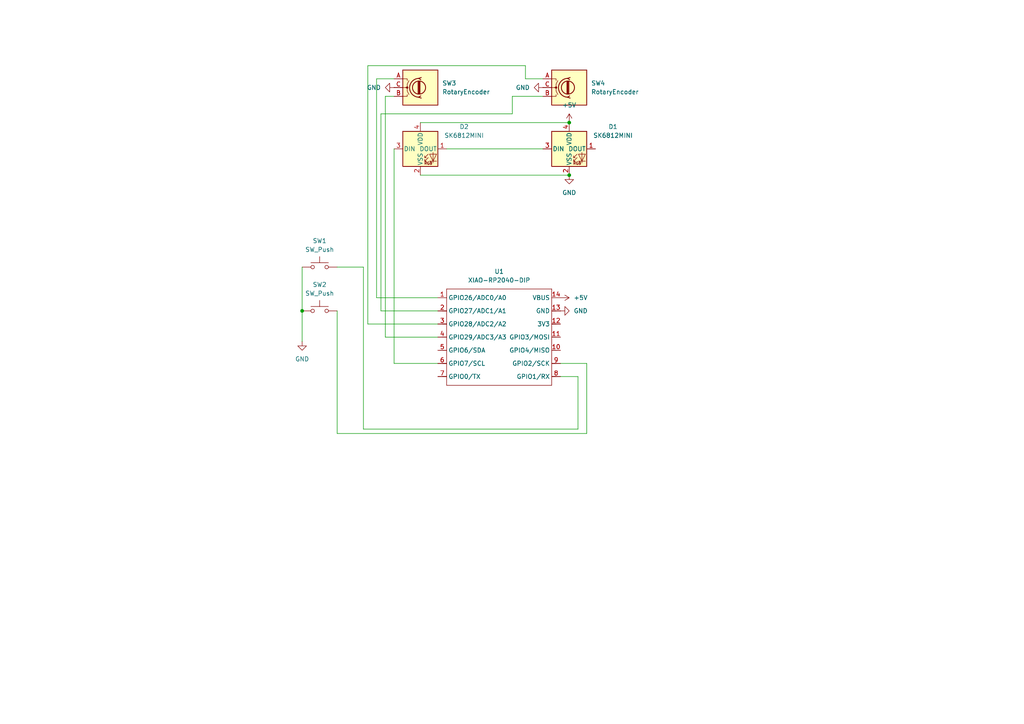
<source format=kicad_sch>
(kicad_sch (version 20250114) (generator "eeschema") (generator_version "9.0")
  (paper "A4")
  (lib_symbols
    (symbol "Device:RotaryEncoder" (pin_names (offset 0.254) (hide yes))
      (property "Reference" "SW" (at 0 6.604 0))
      (property "Value" "RotaryEncoder" (at 0 -6.604 0))
      (symbol "RotaryEncoder_0_1"
        (rectangle (start -5.08 5.08) (end 5.08 -5.08) (stroke (width 0.254)) (fill (type background)))
        (polyline (pts (xy -5.08 2.54) (xy -3.81 2.54) (xy -3.81 2.032)))
        (polyline (pts (xy -5.08 0) (xy -3.81 0) (xy -3.81 -1.016) (xy -3.302 -2.032)))
        (polyline (pts (xy -5.08 -2.54) (xy -3.81 -2.54) (xy -3.81 -2.032)))
        (polyline (pts (xy -4.318 0) (xy -3.81 0) (xy -3.81 1.016) (xy -3.302 2.032)))
        (circle (center -3.81 0) (radius 0.254) (fill (type outline)))
        (polyline (pts (xy -0.635 -1.778) (xy -0.635 1.778)) (stroke (width 0.254)))
        (circle (center -0.381 0) (radius 1.905) (stroke (width 0.254)))
        (polyline (pts (xy -0.381 -1.778) (xy -0.381 1.778)) (stroke (width 0.254)))
        (arc (start -0.381 -2.794) (mid -3.0988 -0.0635) (end -0.381 2.667) (stroke (width 0.254)))
        (polyline (pts (xy -0.127 1.778) (xy -0.127 -1.778)) (stroke (width 0.254)))
        (polyline (pts (xy 0.254 2.921) (xy -0.508 2.667) (xy 0.127 2.286)) (stroke (width 0.254)))
        (polyline (pts (xy 0.254 -3.048) (xy -0.508 -2.794) (xy 0.127 -2.413)) (stroke (width 0.254)))
      )
      (symbol "RotaryEncoder_1_1"
        (pin passive line (at -7.62 2.54 0) (length 2.54) (name "A") (number "A"))
        (pin passive line (at -7.62 0 0) (length 2.54) (name "C") (number "C"))
        (pin passive line (at -7.62 -2.54 0) (length 2.54) (name "B") (number "B"))
      )
    )
    (symbol "LED:SK6812MINI" (pin_names (offset 0.254))
      (property "Reference" "D" (at 5.08 5.715 0))
      (property "Value" "SK6812MINI" (at 1.27 -5.715 0))
      (symbol "SK6812MINI_0_0"
        (text "RGB" (at 2.286 -4.191 0) (effects (font (size 0.762 0.762))))
      )
      (symbol "SK6812MINI_0_1"
        (polyline (pts (xy 1.27 -2.54) (xy 1.778 -2.54)))
        (polyline (pts (xy 1.27 -3.556) (xy 1.778 -3.556)))
        (polyline (pts (xy 2.286 -1.524) (xy 1.27 -2.54) (xy 1.27 -2.032)))
        (polyline (pts (xy 2.286 -2.54) (xy 1.27 -3.556) (xy 1.27 -3.048)))
        (polyline (pts (xy 3.683 -1.016) (xy 3.683 -3.556) (xy 3.683 -4.064)))
        (polyline (pts (xy 4.699 -1.524) (xy 2.667 -1.524) (xy 3.683 -3.556) (xy 4.699 -1.524)))
        (polyline (pts (xy 4.699 -3.556) (xy 2.667 -3.556)))
        (rectangle (start 5.08 5.08) (end -5.08 -5.08) (stroke (width 0.254)) (fill (type background)))
      )
      (symbol "SK6812MINI_1_1"
        (pin input line (at -7.62 0 0) (length 2.54) (name "DIN") (number "3"))
        (pin power_in line (at 0 7.62 270) (length 2.54) (name "VDD") (number "4"))
        (pin power_in line (at 0 -7.62 90) (length 2.54) (name "VSS") (number "2"))
        (pin output line (at 7.62 0 180) (length 2.54) (name "DOUT") (number "1"))
      )
    )
    (symbol "OPL  Library:XIAO-RP2040-DIP"
      (property "Reference" "U" (at 0 0 0))
      (property "Value" "XIAO-RP2040-DIP" (at 5.334 -1.778 0))
      (symbol "XIAO-RP2040-DIP_1_0"
        (polyline (pts (xy -1.27 -2.54) (xy 29.21 -2.54)) (stroke (width 0.1524)))
        (polyline (pts (xy -1.27 -5.08) (xy -2.54 -5.08)) (stroke (width 0.1524)))
        (polyline (pts (xy -1.27 -5.08) (xy -1.27 -2.54)) (stroke (width 0.1524)))
        (polyline (pts (xy -1.27 -8.89) (xy -2.54 -8.89)) (stroke (width 0.1524)))
        (polyline (pts (xy -1.27 -8.89) (xy -1.27 -5.08)) (stroke (width 0.1524)))
        (polyline (pts (xy -1.27 -12.7) (xy -2.54 -12.7)) (stroke (width 0.1524)))
        (polyline (pts (xy -1.27 -12.7) (xy -1.27 -8.89)) (stroke (width 0.1524)))
        (polyline (pts (xy -1.27 -16.51) (xy -2.54 -16.51)) (stroke (width 0.1524)))
        (polyline (pts (xy -1.27 -16.51) (xy -1.27 -12.7)) (stroke (width 0.1524)))
        (polyline (pts (xy -1.27 -20.32) (xy -2.54 -20.32)) (stroke (width 0.1524)))
        (polyline (pts (xy -1.27 -24.13) (xy -2.54 -24.13)) (stroke (width 0.1524)))
        (polyline (pts (xy -1.27 -27.94) (xy -2.54 -27.94)) (stroke (width 0.1524)))
        (polyline (pts (xy -1.27 -30.48) (xy -1.27 -16.51)) (stroke (width 0.1524)))
        (polyline (pts (xy 29.21 -2.54) (xy 29.21 -5.08)) (stroke (width 0.1524)))
        (polyline (pts (xy 29.21 -5.08) (xy 29.21 -8.89)) (stroke (width 0.1524)))
        (polyline (pts (xy 29.21 -8.89) (xy 29.21 -12.7)) (stroke (width 0.1524)))
        (polyline (pts (xy 29.21 -12.7) (xy 29.21 -30.48)) (stroke (width 0.1524)))
        (polyline (pts (xy 29.21 -30.48) (xy -1.27 -30.48)) (stroke (width 0.1524)))
        (polyline (pts (xy 30.48 -5.08) (xy 29.21 -5.08)) (stroke (width 0.1524)))
        (polyline (pts (xy 30.48 -8.89) (xy 29.21 -8.89)) (stroke (width 0.1524)))
        (polyline (pts (xy 30.48 -12.7) (xy 29.21 -12.7)) (stroke (width 0.1524)))
        (polyline (pts (xy 30.48 -16.51) (xy 29.21 -16.51)) (stroke (width 0.1524)))
        (polyline (pts (xy 30.48 -20.32) (xy 29.21 -20.32)) (stroke (width 0.1524)))
        (polyline (pts (xy 30.48 -24.13) (xy 29.21 -24.13)) (stroke (width 0.1524)))
        (polyline (pts (xy 30.48 -27.94) (xy 29.21 -27.94)) (stroke (width 0.1524)))
        (pin passive line (at -3.81 -5.08 0) (length 2.54) (name "GPIO26/ADC0/A0") (number "1"))
        (pin passive line (at -3.81 -8.89 0) (length 2.54) (name "GPIO27/ADC1/A1") (number "2"))
        (pin passive line (at -3.81 -12.7 0) (length 2.54) (name "GPIO28/ADC2/A2") (number "3"))
        (pin passive line (at -3.81 -16.51 0) (length 2.54) (name "GPIO29/ADC3/A3") (number "4"))
        (pin passive line (at -3.81 -20.32 0) (length 2.54) (name "GPIO6/SDA") (number "5"))
        (pin passive line (at -3.81 -24.13 0) (length 2.54) (name "GPIO7/SCL") (number "6"))
        (pin passive line (at -3.81 -27.94 0) (length 2.54) (name "GPIO0/TX") (number "7"))
        (pin passive line (at 31.75 -5.08 180) (length 2.54) (name "VBUS") (number "14"))
        (pin passive line (at 31.75 -8.89 180) (length 2.54) (name "GND") (number "13"))
        (pin passive line (at 31.75 -12.7 180) (length 2.54) (name "3V3") (number "12"))
        (pin passive line (at 31.75 -16.51 180) (length 2.54) (name "GPIO3/MOSI") (number "11"))
        (pin passive line (at 31.75 -20.32 180) (length 2.54) (name "GPIO4/MISO") (number "10"))
        (pin passive line (at 31.75 -24.13 180) (length 2.54) (name "GPIO2/SCK") (number "9"))
        (pin passive line (at 31.75 -27.94 180) (length 2.54) (name "GPIO1/RX") (number "8"))
      )
    )
    (symbol "Switch:SW_Push" (pin_numbers (hide yes)) (pin_names (offset 1.016) (hide yes))
      (property "Reference" "SW" (at 1.27 2.54 0))
      (property "Value" "SW_Push" (at 0 -1.524 0))
      (symbol "SW_Push_0_1"
        (circle (center -2.032 0) (radius 0.508))
        (polyline (pts (xy 0 1.27) (xy 0 3.048)))
        (circle (center 2.032 0) (radius 0.508))
        (polyline (pts (xy 2.54 1.27) (xy -2.54 1.27)))
        (pin passive line (at -5.08 0 0) (length 2.54) (name "1") (number "1"))
        (pin passive line (at 5.08 0 180) (length 2.54) (name "2") (number "2"))
      )
    )
    (symbol "power:+5V" (power) (pin_numbers (hide yes)) (pin_names (offset 0) (hide yes))
      (property "Value" "+5V" (at 0 3.556 0))
      (symbol "+5V_0_1"
        (polyline (pts (xy -0.762 1.27) (xy 0 2.54)))
        (polyline (pts (xy 0 2.54) (xy 0.762 1.27)))
        (polyline (pts (xy 0 0) (xy 0 2.54)))
      )
      (symbol "+5V_1_1"
        (pin power_in line (at 0 0 90) (length 0) (name "~") (number "1"))
      )
    )
    (symbol "power:GND" (power) (pin_numbers (hide yes)) (pin_names (offset 0) (hide yes))
      (property "Value" "GND" (at 0 -3.81 0))
      (symbol "GND_0_1"
        (polyline (pts (xy 0 0) (xy 0 -1.27) (xy 1.27 -1.27) (xy 0 -2.54) (xy -1.27 -1.27) (xy 0 -1.27)))
      )
      (symbol "GND_1_1"
        (pin power_in line (at 0 0 270) (length 0) (name "~") (number "1"))
      )
    )
  )
  (junction (at 87.63 90.17))
  (junction (at 165.1 50.8))
  (junction (at 165.1 35.56))
  (wire (pts (xy 129.54 43.18) (xy 157.48 43.18)))
  (wire (pts (xy 106.68 93.98) (xy 127 93.98)))
  (wire (pts (xy 97.79 90.17) (xy 97.79 125.73)))
  (wire (pts (xy 97.79 125.73) (xy 170.18 125.73)))
  (wire (pts (xy 170.18 125.73) (xy 170.18 105.41)))
  (wire (pts (xy 114.3 27.94) (xy 111.76 27.94)))
  (wire (pts (xy 157.48 27.94) (xy 148.59 27.94)))
  (wire (pts (xy 121.92 50.8) (xy 165.1 50.8)))
  (wire (pts (xy 152.4 22.86) (xy 152.4 19.05)))
  (wire (pts (xy 157.48 22.86) (xy 152.4 22.86)))
  (wire (pts (xy 167.64 124.46) (xy 167.64 109.22)))
  (wire (pts (xy 109.22 22.86) (xy 109.22 86.36)))
  (wire (pts (xy 121.92 35.56) (xy 165.1 35.56)))
  (wire (pts (xy 109.22 86.36) (xy 127 86.36)))
  (wire (pts (xy 97.79 77.47) (xy 105.41 77.47)))
  (wire (pts (xy 111.76 27.94) (xy 111.76 97.79)))
  (wire (pts (xy 87.63 99.06) (xy 87.63 90.17)))
  (wire (pts (xy 152.4 19.05) (xy 106.68 19.05)))
  (wire (pts (xy 110.49 90.17) (xy 127 90.17)))
  (wire (pts (xy 106.68 19.05) (xy 106.68 93.98)))
  (wire (pts (xy 105.41 77.47) (xy 105.41 124.46)))
  (wire (pts (xy 148.59 27.94) (xy 148.59 33.02)))
  (wire (pts (xy 110.49 33.02) (xy 110.49 90.17)))
  (wire (pts (xy 170.18 105.41) (xy 162.56 105.41)))
  (wire (pts (xy 87.63 77.47) (xy 87.63 90.17)))
  (wire (pts (xy 114.3 105.41) (xy 127 105.41)))
  (wire (pts (xy 167.64 109.22) (xy 162.56 109.22)))
  (wire (pts (xy 105.41 124.46) (xy 167.64 124.46)))
  (wire (pts (xy 111.76 97.79) (xy 127 97.79)))
  (wire (pts (xy 114.3 43.18) (xy 114.3 105.41)))
  (wire (pts (xy 114.3 22.86) (xy 109.22 22.86)))
  (wire (pts (xy 148.59 33.02) (xy 110.49 33.02)))
  (symbol (lib_id "power:GND") (at 114.3 25.4 270) (unit 1)
    (property "Reference" "#PWR03" (effects (hide yes)))
    (property "Value" "GND" (at 110.49 25.3999 90) (effects (justify right)))
    (property "Description" "Power symbol creates a global label with name \"GND\" , ground" (effects (hide yes)))
  )
  (symbol (lib_id "power:+5V") (at 165.1 35.56 0) (unit 1)
    (property "Reference" "#PWR05" (effects (hide yes)))
    (property "Value" "+5V" (at 165.1 30.48 0))
    (property "Description" "Power symbol creates a global label with name \"+5V\"" (effects (hide yes)))
  )
  (symbol (lib_id "power:GND") (at 165.1 50.8 0) (unit 1)
    (property "Reference" "#PWR04" (effects (hide yes)))
    (property "Value" "GND" (at 165.1 55.88 0))
    (property "Description" "Power symbol creates a global label with name \"GND\" , ground" (effects (hide yes)))
  )
  (symbol (lib_id "LED:SK6812MINI") (at 121.92 43.18 0) (unit 1)
    (property "Reference" "D2" (at 134.62 36.7598 0))
    (property "Value" "SK6812MINI" (at 134.62 39.2998 0))
    (property "Footprint" "LED_SMD:LED_SK6812MINI_PLCC4_3.5x3.5mm_P1.75mm" (effects (hide yes)))
    (property "Datasheet" "https://cdn-shop.adafruit.com/product-files/2686/SK6812MINI_REV.01-1-2.pdf" (effects (hide yes)))
    (property "Description" "RGB LED with integrated controller" (effects (hide yes)))
  )
  (symbol (lib_id "Switch:SW_Push") (at 92.71 77.47 0) (unit 1)
    (property "Reference" "SW1" (at 92.71 69.85 0))
    (property "Value" "SW_Push" (at 92.71 72.39 0))
    (property "Footprint" "Button_Switch_Keyboard:SW_Cherry_MX_1.00u_PCB" (effects (hide yes)))
    (property "Description" "Push button switch, generic, two pins" (effects (hide yes)))
  )
  (symbol (lib_id "OPL  Library:XIAO-RP2040-DIP") (at 130.81 81.28 0) (unit 1)
    (property "Reference" "U1" (at 144.78 78.74 0))
    (property "Value" "XIAO-RP2040-DIP" (at 144.78 81.28 0))
    (property "Footprint" "OPL:XIAO-RP2040-DIP" (effects (hide yes)))
  )
  (symbol (lib_id "power:GND") (at 87.63 99.06 0) (unit 1)
    (property "Reference" "#PWR01" (effects (hide yes)))
    (property "Value" "GND" (at 87.63 104.14 0))
    (property "Description" "Power symbol creates a global label with name \"GND\" , ground" (effects (hide yes)))
  )
  (symbol (lib_id "Device:RotaryEncoder") (at 165.1 25.4 0) (unit 1)
    (property "Reference" "SW4" (at 171.45 24.1299 0) (effects (justify left)))
    (property "Value" "RotaryEncoder" (at 171.45 26.6699 0) (effects (justify left)))
    (property "Footprint" "Rotary_Encoder:RotaryEncoder_Alps_EC11E_Vertical_H20mm" (effects (hide yes)))
    (property "Description" "Rotary encoder, dual channel, incremental quadrate outputs" (effects (hide yes)))
  )
  (symbol (lib_id "Device:RotaryEncoder") (at 121.92 25.4 0) (unit 1)
    (property "Reference" "SW3" (at 128.27 24.1299 0) (effects (justify left)))
    (property "Value" "RotaryEncoder" (at 128.27 26.6699 0) (effects (justify left)))
    (property "Footprint" "Rotary_Encoder:RotaryEncoder_Alps_EC11E_Vertical_H20mm" (effects (hide yes)))
    (property "Description" "Rotary encoder, dual channel, incremental quadrate outputs" (effects (hide yes)))
  )
  (symbol (lib_id "power:GND") (at 162.56 90.17 90) (unit 1)
    (property "Reference" "#PWR07" (effects (hide yes)))
    (property "Value" "GND" (at 166.37 90.1699 90) (effects (justify right)))
    (property "Description" "Power symbol creates a global label with name \"GND\" , ground" (effects (hide yes)))
  )
  (symbol (lib_id "Switch:SW_Push") (at 92.71 90.17 0) (unit 1)
    (property "Reference" "SW2" (at 92.71 82.55 0))
    (property "Value" "SW_Push" (at 92.71 85.09 0))
    (property "Footprint" "Button_Switch_Keyboard:SW_Cherry_MX_1.00u_PCB" (effects (hide yes)))
    (property "Description" "Push button switch, generic, two pins" (effects (hide yes)))
  )
  (symbol (lib_id "LED:SK6812MINI") (at 165.1 43.18 0) (unit 1)
    (property "Reference" "D1" (at 177.8 36.7598 0))
    (property "Value" "SK6812MINI" (at 177.8 39.2998 0))
    (property "Footprint" "LED_SMD:LED_SK6812MINI_PLCC4_3.5x3.5mm_P1.75mm" (effects (hide yes)))
    (property "Datasheet" "https://cdn-shop.adafruit.com/product-files/2686/SK6812MINI_REV.01-1-2.pdf" (effects (hide yes)))
    (property "Description" "RGB LED with integrated controller" (effects (hide yes)))
  )
  (symbol (lib_id "power:+5V") (at 162.56 86.36 270) (unit 1)
    (property "Reference" "#PWR06" (effects (hide yes)))
    (property "Value" "+5V" (at 166.37 86.3599 90) (effects (justify left)))
    (property "Description" "Power symbol creates a global label with name \"+5V\"" (effects (hide yes)))
  )
  (symbol (lib_id "power:GND") (at 157.48 25.4 270) (unit 1)
    (property "Reference" "#PWR02" (effects (hide yes)))
    (property "Value" "GND" (at 153.67 25.3999 90) (effects (justify right)))
    (property "Description" "Power symbol creates a global label with name \"GND\" , ground" (effects (hide yes)))
  )
)
</source>
